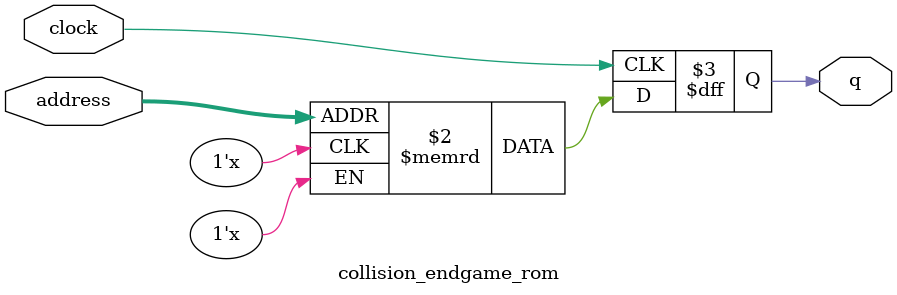
<source format=sv>
module collision_endgame_rom (
	input logic clock,
	input logic [18:0] address,
	output logic [0:0] q
);

logic [0:0] memory [0:307199] /* synthesis ram_init_file = "./collision_endgame/collision_endgame.COE" */;

always_ff @ (posedge clock) begin
	q <= memory[address];
end

endmodule

</source>
